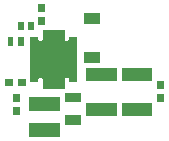
<source format=gbr>
G04 #@! TF.GenerationSoftware,KiCad,Pcbnew,(5.0.1)-4*
G04 #@! TF.CreationDate,2018-12-27T15:39:12-05:00*
G04 #@! TF.ProjectId,XHP70_LED_driver,58485037305F4C45445F647269766572,rev?*
G04 #@! TF.SameCoordinates,Original*
G04 #@! TF.FileFunction,Soldermask,Top*
G04 #@! TF.FilePolarity,Negative*
%FSLAX46Y46*%
G04 Gerber Fmt 4.6, Leading zero omitted, Abs format (unit mm)*
G04 Created by KiCad (PCBNEW (5.0.1)-4) date 12/27/2018 3:39:12 PM*
%MOMM*%
%LPD*%
G01*
G04 APERTURE LIST*
%ADD10C,0.100000*%
G04 APERTURE END LIST*
D10*
G36*
X100326000Y-63581000D02*
X97674000Y-63581000D01*
X97674000Y-62419000D01*
X100326000Y-62419000D01*
X100326000Y-63581000D01*
X100326000Y-63581000D01*
G37*
G36*
X102101000Y-62551000D02*
X100699000Y-62551000D01*
X100699000Y-61749000D01*
X102101000Y-61749000D01*
X102101000Y-62551000D01*
X102101000Y-62551000D01*
G37*
G36*
X108101000Y-61801000D02*
X105499000Y-61801000D01*
X105499000Y-60699000D01*
X108101000Y-60699000D01*
X108101000Y-61801000D01*
X108101000Y-61801000D01*
G37*
G36*
X105101000Y-61801000D02*
X102499000Y-61801000D01*
X102499000Y-60699000D01*
X105101000Y-60699000D01*
X105101000Y-61801000D01*
X105101000Y-61801000D01*
G37*
G36*
X96901000Y-61701000D02*
X96299000Y-61701000D01*
X96299000Y-60999000D01*
X96901000Y-60999000D01*
X96901000Y-61701000D01*
X96901000Y-61701000D01*
G37*
G36*
X100326000Y-61381000D02*
X97674000Y-61381000D01*
X97674000Y-60219000D01*
X100326000Y-60219000D01*
X100326000Y-61381000D01*
X100326000Y-61381000D01*
G37*
G36*
X102101000Y-60651000D02*
X100699000Y-60651000D01*
X100699000Y-59849000D01*
X102101000Y-59849000D01*
X102101000Y-60651000D01*
X102101000Y-60651000D01*
G37*
G36*
X109101000Y-60601000D02*
X108499000Y-60601000D01*
X108499000Y-59899000D01*
X109101000Y-59899000D01*
X109101000Y-60601000D01*
X109101000Y-60601000D01*
G37*
G36*
X96901000Y-60601000D02*
X96299000Y-60601000D01*
X96299000Y-59899000D01*
X96901000Y-59899000D01*
X96901000Y-60601000D01*
X96901000Y-60601000D01*
G37*
G36*
X100671000Y-55299000D02*
X100673402Y-55323386D01*
X100680515Y-55346835D01*
X100692066Y-55368446D01*
X100707612Y-55387388D01*
X100726554Y-55402934D01*
X100748165Y-55414485D01*
X100771614Y-55421598D01*
X100796000Y-55424000D01*
X100924000Y-55424000D01*
X100948386Y-55421598D01*
X100971835Y-55414485D01*
X100993446Y-55402934D01*
X101012388Y-55387388D01*
X101027934Y-55368446D01*
X101039485Y-55346835D01*
X101046598Y-55323386D01*
X101049000Y-55299000D01*
X101049000Y-55079000D01*
X101751000Y-55079000D01*
X101751000Y-58921000D01*
X101049000Y-58921000D01*
X101049000Y-58701000D01*
X101046598Y-58676614D01*
X101039485Y-58653165D01*
X101027934Y-58631554D01*
X101012388Y-58612612D01*
X100993446Y-58597066D01*
X100971835Y-58585515D01*
X100948386Y-58578402D01*
X100924000Y-58576000D01*
X100796000Y-58576000D01*
X100771614Y-58578402D01*
X100748165Y-58585515D01*
X100726554Y-58597066D01*
X100707612Y-58612612D01*
X100692066Y-58631554D01*
X100680515Y-58653165D01*
X100673402Y-58676614D01*
X100671000Y-58701000D01*
X100671000Y-59501000D01*
X98829000Y-59501000D01*
X98829000Y-58701000D01*
X98826598Y-58676614D01*
X98819485Y-58653165D01*
X98807934Y-58631554D01*
X98792388Y-58612612D01*
X98773446Y-58597066D01*
X98751835Y-58585515D01*
X98728386Y-58578402D01*
X98704000Y-58576000D01*
X98576000Y-58576000D01*
X98551614Y-58578402D01*
X98528165Y-58585515D01*
X98506554Y-58597066D01*
X98487612Y-58612612D01*
X98472066Y-58631554D01*
X98460515Y-58653165D01*
X98453402Y-58676614D01*
X98451000Y-58701000D01*
X98451000Y-58921000D01*
X97749000Y-58921000D01*
X97749000Y-55079000D01*
X98451000Y-55079000D01*
X98451000Y-55299000D01*
X98453402Y-55323386D01*
X98460515Y-55346835D01*
X98472066Y-55368446D01*
X98487612Y-55387388D01*
X98506554Y-55402934D01*
X98528165Y-55414485D01*
X98551614Y-55421598D01*
X98576000Y-55424000D01*
X98704000Y-55424000D01*
X98728386Y-55421598D01*
X98751835Y-55414485D01*
X98773446Y-55402934D01*
X98792388Y-55387388D01*
X98807934Y-55368446D01*
X98819485Y-55346835D01*
X98826598Y-55323386D01*
X98829000Y-55299000D01*
X98829000Y-54499000D01*
X100671000Y-54499000D01*
X100671000Y-55299000D01*
X100671000Y-55299000D01*
G37*
G36*
X109101000Y-59501000D02*
X108499000Y-59501000D01*
X108499000Y-58799000D01*
X109101000Y-58799000D01*
X109101000Y-59501000D01*
X109101000Y-59501000D01*
G37*
G36*
X97401000Y-59301000D02*
X96699000Y-59301000D01*
X96699000Y-58699000D01*
X97401000Y-58699000D01*
X97401000Y-59301000D01*
X97401000Y-59301000D01*
G37*
G36*
X96301000Y-59301000D02*
X95599000Y-59301000D01*
X95599000Y-58699000D01*
X96301000Y-58699000D01*
X96301000Y-59301000D01*
X96301000Y-59301000D01*
G37*
G36*
X108101000Y-58801000D02*
X105499000Y-58801000D01*
X105499000Y-57699000D01*
X108101000Y-57699000D01*
X108101000Y-58801000D01*
X108101000Y-58801000D01*
G37*
G36*
X105101000Y-58801000D02*
X102499000Y-58801000D01*
X102499000Y-57699000D01*
X105101000Y-57699000D01*
X105101000Y-58801000D01*
X105101000Y-58801000D01*
G37*
G36*
X103651000Y-57351000D02*
X102349000Y-57351000D01*
X102349000Y-56349000D01*
X103651000Y-56349000D01*
X103651000Y-57351000D01*
X103651000Y-57351000D01*
G37*
G36*
X96351000Y-55851000D02*
X95849000Y-55851000D01*
X95849000Y-55149000D01*
X96351000Y-55149000D01*
X96351000Y-55851000D01*
X96351000Y-55851000D01*
G37*
G36*
X97251000Y-55851000D02*
X96749000Y-55851000D01*
X96749000Y-55149000D01*
X97251000Y-55149000D01*
X97251000Y-55851000D01*
X97251000Y-55851000D01*
G37*
G36*
X98101000Y-54551000D02*
X97599000Y-54551000D01*
X97599000Y-53849000D01*
X98101000Y-53849000D01*
X98101000Y-54551000D01*
X98101000Y-54551000D01*
G37*
G36*
X97201000Y-54551000D02*
X96699000Y-54551000D01*
X96699000Y-53849000D01*
X97201000Y-53849000D01*
X97201000Y-54551000D01*
X97201000Y-54551000D01*
G37*
G36*
X99001000Y-54101000D02*
X98399000Y-54101000D01*
X98399000Y-53399000D01*
X99001000Y-53399000D01*
X99001000Y-54101000D01*
X99001000Y-54101000D01*
G37*
G36*
X103651000Y-54051000D02*
X102349000Y-54051000D01*
X102349000Y-53049000D01*
X103651000Y-53049000D01*
X103651000Y-54051000D01*
X103651000Y-54051000D01*
G37*
G36*
X99001000Y-53001000D02*
X98399000Y-53001000D01*
X98399000Y-52299000D01*
X99001000Y-52299000D01*
X99001000Y-53001000D01*
X99001000Y-53001000D01*
G37*
M02*

</source>
